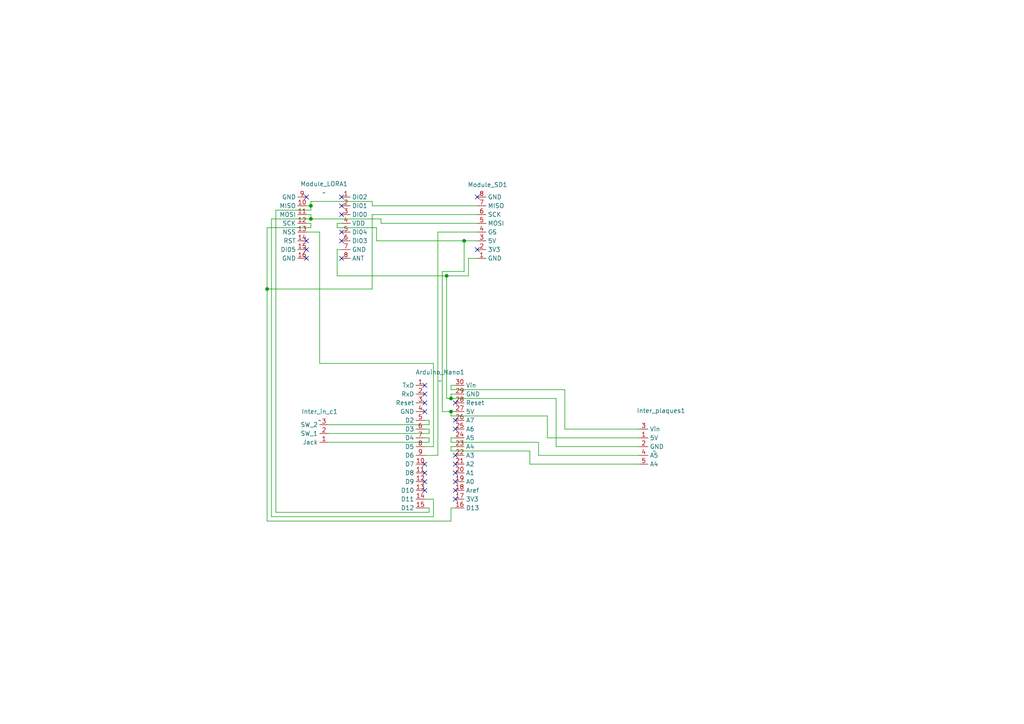
<source format=kicad_sch>
(kicad_sch (version 20231120) (generator "eeschema") (generator_version "8.0")
  (paper "A4")
  (lib_symbols
    (symbol "INSARIANNE_Lib:Arduino_Nano"
      (property "Reference" "Arduino_Nano" (at 0 0 0))
      (symbol "Arduino_Nano_1_1"
        (pin bidirectional line (at -5.08 39.37 180) (length 2.54) (name "TxD") (number "1"))
        (pin bidirectional line (at -5.08 16.51 180) (length 2.54) (name "D7") (number "10"))
        (pin bidirectional line (at -5.08 13.97 180) (length 2.54) (name "D8") (number "11"))
        (pin bidirectional line (at -5.08 11.43 180) (length 2.54) (name "D9") (number "12"))
        (pin bidirectional line (at -5.08 8.89 180) (length 2.54) (name "D10") (number "13"))
        (pin bidirectional line (at -5.08 6.35 180) (length 2.54) (name "D11") (number "14"))
        (pin bidirectional line (at -5.08 3.81 180) (length 2.54) (name "D12") (number "15"))
        (pin bidirectional line (at 3.81 3.81 0) (length 2.54) (name "D13") (number "16"))
        (pin bidirectional line (at 3.81 6.35 0) (length 2.54) (name "3V3") (number "17"))
        (pin bidirectional line (at 3.81 8.89 0) (length 2.54) (name "Aref") (number "18"))
        (pin bidirectional line (at 3.81 11.43 0) (length 2.54) (name "A0") (number "19"))
        (pin bidirectional line (at -5.08 36.83 180) (length 2.54) (name "RxD") (number "2"))
        (pin bidirectional line (at 3.81 13.97 0) (length 2.54) (name "A1") (number "20"))
        (pin bidirectional line (at 3.81 16.51 0) (length 2.54) (name "A2") (number "21"))
        (pin bidirectional line (at 3.81 19.05 0) (length 2.54) (name "A3") (number "22"))
        (pin bidirectional line (at 3.81 21.59 0) (length 2.54) (name "A4") (number "23"))
        (pin bidirectional line (at 3.81 24.13 0) (length 2.54) (name "A5") (number "24"))
        (pin bidirectional line (at 3.81 26.67 0) (length 2.54) (name "A6") (number "25"))
        (pin bidirectional line (at 3.81 29.21 0) (length 2.54) (name "A7") (number "26"))
        (pin bidirectional line (at 3.81 31.75 0) (length 2.54) (name "5V") (number "27"))
        (pin bidirectional line (at 3.81 34.29 0) (length 2.54) (name "Reset") (number "28"))
        (pin bidirectional line (at 3.81 36.83 0) (length 2.54) (name "GND") (number "29"))
        (pin bidirectional line (at -5.08 34.29 180) (length 2.54) (name "Reset") (number "3"))
        (pin bidirectional line (at 3.81 39.37 0) (length 2.54) (name "Vin") (number "30"))
        (pin bidirectional line (at -5.08 31.75 180) (length 2.54) (name "GND") (number "4"))
        (pin bidirectional line (at -5.08 29.21 180) (length 2.54) (name "D2") (number "5"))
        (pin bidirectional line (at -5.08 26.67 180) (length 2.54) (name "D3") (number "6"))
        (pin bidirectional line (at -5.08 24.13 180) (length 2.54) (name "D4") (number "7"))
        (pin bidirectional line (at -5.08 21.59 180) (length 2.54) (name "D5") (number "8"))
        (pin bidirectional line (at -5.08 19.05 180) (length 2.54) (name "D6") (number "9"))
      )
    )
    (symbol "INSARIANNE_Lib:Interface_Phaute_Pbasse"
      (property "Reference" "Inter_plaques" (at 0 0 0))
      (symbol "Interface_Phaute_Pbasse_1_1"
        (pin bidirectional line (at 0 8.89 180) (length 2.54) (name "5V") (number "1"))
        (pin bidirectional line (at 0 11.43 180) (length 2.54) (name "GND") (number "2"))
        (pin bidirectional line (at 0 6.35 180) (length 2.54) (name "Vin") (number "3"))
        (pin bidirectional line (at 0 13.97 180) (length 2.54) (name "A5") (number "4"))
        (pin bidirectional line (at 0 16.51 180) (length 2.54) (name "A4") (number "5"))
      )
    )
    (symbol "INSARIANNE_Lib:Interface_in_c2"
      (property "Reference" "Inter_in_c2" (at 0 0 0))
      (symbol "Interface_in_c2_1_1"
        (pin bidirectional line (at 0 10.16 0) (length 2.54) (name "Jack") (number "1"))
        (pin bidirectional line (at 0 7.62 0) (length 2.54) (name "SW_1") (number "2"))
        (pin bidirectional line (at 0 5.08 0) (length 2.54) (name "SW_2") (number "3"))
      )
    )
    (symbol "INSARIANNE_Lib:Module_LORA"
      (property "Reference" "Module_LORA" (at 0 0 0))
      (symbol "Module_LORA_1_1"
        (pin bidirectional line (at 5.08 22.86 0) (length 2.54) (name "DI02") (number "1"))
        (pin bidirectional line (at -5.08 20.32 180) (length 2.54) (name "MISO") (number "10"))
        (pin bidirectional line (at -5.08 17.78 180) (length 2.54) (name "MOSI") (number "11"))
        (pin bidirectional line (at -5.08 15.24 180) (length 2.54) (name "SCK") (number "12"))
        (pin bidirectional line (at -5.08 12.7 180) (length 2.54) (name "NSS") (number "13"))
        (pin bidirectional line (at -5.08 10.16 180) (length 2.54) (name "RST") (number "14"))
        (pin bidirectional line (at -5.08 7.62 180) (length 2.54) (name "DI05") (number "15"))
        (pin bidirectional line (at -5.08 5.08 180) (length 2.54) (name "GND") (number "16"))
        (pin bidirectional line (at 5.08 20.32 0) (length 2.54) (name "DI01") (number "2"))
        (pin bidirectional line (at 5.08 17.78 0) (length 2.54) (name "DI00") (number "3"))
        (pin bidirectional line (at 5.08 15.24 0) (length 2.54) (name "VDD") (number "4"))
        (pin bidirectional line (at 5.08 12.7 0) (length 2.54) (name "DI04") (number "5"))
        (pin bidirectional line (at 5.08 10.16 0) (length 2.54) (name "DI03") (number "6"))
        (pin bidirectional line (at 5.08 7.62 0) (length 2.54) (name "GND") (number "7"))
        (pin bidirectional line (at 5.08 5.08 0) (length 2.54) (name "ANT") (number "8"))
        (pin bidirectional line (at -5.08 22.86 180) (length 2.54) (name "GND") (number "9"))
      )
    )
    (symbol "INSARIANNE_Lib:Module_SD"
      (property "Reference" "Module_SD" (at 0 0 0))
      (symbol "Module_SD_1_1"
        (pin bidirectional line (at 0 21.59 180) (length 2.54) (name "GND") (number "1"))
        (pin bidirectional line (at 0 19.05 180) (length 2.54) (name "3V3") (number "2"))
        (pin bidirectional line (at 0 16.51 180) (length 2.54) (name "5V") (number "3"))
        (pin bidirectional line (at 0 13.97 180) (length 2.54) (name "CS") (number "4"))
        (pin bidirectional line (at 0 11.43 180) (length 2.54) (name "MOSI") (number "5"))
        (pin bidirectional line (at 0 8.89 180) (length 2.54) (name "SCK") (number "6"))
        (pin bidirectional line (at 0 6.35 180) (length 2.54) (name "MISO") (number "7"))
        (pin bidirectional line (at 0 3.81 180) (length 2.54) (name "GND") (number "8"))
      )
    )
  )
  (junction (at 134.62 69.85))
  (junction (at 90.17 63.5))
  (junction (at 77.47 83.82))
  (junction (at 90.17 59.69))
  (junction (at 130.81 119.38))
  (junction (at 130.81 115.57))
  (junction (at 129.54 80.01))
  (no_connect (at 132.08 144.78))
  (no_connect (at 123.19 114.3))
  (no_connect (at 132.08 134.62))
  (no_connect (at 99.06 59.69))
  (no_connect (at 88.9 69.85))
  (no_connect (at 88.9 74.93))
  (no_connect (at 123.19 142.24))
  (no_connect (at 132.08 116.84))
  (no_connect (at 132.08 132.08))
  (no_connect (at 99.06 57.15))
  (no_connect (at 88.9 72.39))
  (no_connect (at 99.06 74.93))
  (no_connect (at 123.19 119.38))
  (no_connect (at 123.19 137.16))
  (no_connect (at 123.19 139.7))
  (no_connect (at 123.19 134.62))
  (no_connect (at 99.06 67.31))
  (no_connect (at 88.9 57.15))
  (no_connect (at 132.08 137.16))
  (no_connect (at 99.06 69.85))
  (no_connect (at 138.43 57.15))
  (no_connect (at 132.08 124.46))
  (no_connect (at 99.06 62.23))
  (no_connect (at 132.08 121.92))
  (no_connect (at 132.08 142.24))
  (no_connect (at 123.19 116.84))
  (no_connect (at 138.43 72.39))
  (no_connect (at 132.08 139.7))
  (no_connect (at 123.19 111.76))
  (wire (pts (xy 123.19 144.78) (xy 125.73 144.78)))
  (wire (pts (xy 158.75 120.65) (xy 158.75 127)))
  (wire (pts (xy 123.19 132.08) (xy 127 132.08)))
  (wire (pts (xy 123.19 129.54) (xy 125.73 129.54)))
  (wire (pts (xy 130.81 147.32) (xy 132.08 147.32)))
  (wire (pts (xy 127 67.31) (xy 138.43 67.31)))
  (wire (pts (xy 130.81 114.3) (xy 130.81 115.57)))
  (wire (pts (xy 130.81 151.13) (xy 77.47 151.13)))
  (wire (pts (xy 130.81 111.76) (xy 132.08 111.76)))
  (wire (pts (xy 124.46 124.46) (xy 123.19 124.46)))
  (wire (pts (xy 88.9 62.23) (xy 90.17 62.23)))
  (wire (pts (xy 95.25 128.27) (xy 124.46 128.27)))
  (wire (pts (xy 77.47 66.04) (xy 90.17 66.04)))
  (wire (pts (xy 130.81 129.54) (xy 132.08 129.54)))
  (wire (pts (xy 125.73 129.54) (xy 125.73 105.41)))
  (wire (pts (xy 130.81 120.65) (xy 158.75 120.65)))
  (wire (pts (xy 90.17 64.77) (xy 88.9 64.77)))
  (wire (pts (xy 153.67 134.62) (xy 153.67 130.81)))
  (wire (pts (xy 132.08 114.3) (xy 130.81 114.3)))
  (wire (pts (xy 77.47 83.82) (xy 107.95 83.82)))
  (wire (pts (xy 77.47 151.13) (xy 77.47 83.82)))
  (wire (pts (xy 134.62 78.74) (xy 128.27 78.74)))
  (wire (pts (xy 163.83 124.46) (xy 163.83 113.03)))
  (wire (pts (xy 95.25 123.19) (xy 124.46 123.19)))
  (wire (pts (xy 132.08 119.38) (xy 130.81 119.38)))
  (wire (pts (xy 130.81 128.27) (xy 130.81 127)))
  (wire (pts (xy 110.49 64.77) (xy 138.43 64.77)))
  (wire (pts (xy 130.81 113.03) (xy 130.81 111.76)))
  (wire (pts (xy 90.17 66.04) (xy 90.17 64.77)))
  (wire (pts (xy 135.89 80.01) (xy 135.89 74.93)))
  (wire (pts (xy 90.17 63.5) (xy 110.49 63.5)))
  (wire (pts (xy 124.46 125.73) (xy 124.46 124.46)))
  (wire (pts (xy 138.43 59.69) (xy 107.95 59.69)))
  (wire (pts (xy 90.17 63.5) (xy 90.17 62.23)))
  (wire (pts (xy 127 67.31) (xy 127 132.08)))
  (wire (pts (xy 97.79 72.39) (xy 99.06 72.39)))
  (wire (pts (xy 125.73 144.78) (xy 125.73 149.86)))
  (wire (pts (xy 128.27 78.74) (xy 128.27 119.38)))
  (wire (pts (xy 123.19 127) (xy 124.46 127)))
  (wire (pts (xy 124.46 121.92) (xy 124.46 123.19)))
  (wire (pts (xy 161.29 129.54) (xy 185.42 129.54)))
  (wire (pts (xy 135.89 74.93) (xy 138.43 74.93)))
  (wire (pts (xy 123.19 121.92) (xy 124.46 121.92)))
  (wire (pts (xy 124.46 148.59) (xy 80.01 148.59)))
  (wire (pts (xy 110.49 63.5) (xy 110.49 64.77)))
  (wire (pts (xy 107.95 59.69) (xy 107.95 58.42)))
  (wire (pts (xy 90.17 58.42) (xy 90.17 59.69)))
  (wire (pts (xy 138.43 69.85) (xy 134.62 69.85)))
  (wire (pts (xy 185.42 124.46) (xy 163.83 124.46)))
  (wire (pts (xy 125.73 105.41) (xy 92.71 105.41)))
  (wire (pts (xy 130.81 147.32) (xy 130.81 151.13)))
  (wire (pts (xy 78.74 149.86) (xy 78.74 63.5)))
  (wire (pts (xy 90.17 59.69) (xy 88.9 59.69)))
  (wire (pts (xy 95.25 125.73) (xy 124.46 125.73)))
  (wire (pts (xy 109.22 69.85) (xy 134.62 69.85)))
  (wire (pts (xy 97.79 80.01) (xy 129.54 80.01)))
  (wire (pts (xy 161.29 115.57) (xy 161.29 129.54)))
  (wire (pts (xy 78.74 63.5) (xy 90.17 63.5)))
  (wire (pts (xy 80.01 60.96) (xy 90.17 60.96)))
  (wire (pts (xy 135.89 80.01) (xy 129.54 80.01)))
  (wire (pts (xy 156.21 128.27) (xy 130.81 128.27)))
  (wire (pts (xy 130.81 115.57) (xy 129.54 115.57)))
  (wire (pts (xy 163.83 113.03) (xy 130.81 113.03)))
  (wire (pts (xy 107.95 62.23) (xy 107.95 83.82)))
  (wire (pts (xy 130.81 115.57) (xy 161.29 115.57)))
  (wire (pts (xy 134.62 69.85) (xy 134.62 78.74)))
  (wire (pts (xy 129.54 115.57) (xy 129.54 80.01)))
  (wire (pts (xy 185.42 132.08) (xy 156.21 132.08)))
  (wire (pts (xy 97.79 64.77) (xy 99.06 64.77)))
  (wire (pts (xy 156.21 132.08) (xy 156.21 128.27)))
  (wire (pts (xy 92.71 105.41) (xy 92.71 67.31)))
  (wire (pts (xy 97.79 64.77) (xy 97.79 66.04)))
  (wire (pts (xy 107.95 58.42) (xy 90.17 58.42)))
  (wire (pts (xy 77.47 83.82) (xy 77.47 66.04)))
  (wire (pts (xy 97.79 66.04) (xy 109.22 66.04)))
  (wire (pts (xy 130.81 130.81) (xy 130.81 129.54)))
  (wire (pts (xy 153.67 130.81) (xy 130.81 130.81)))
  (wire (pts (xy 124.46 128.27) (xy 124.46 127)))
  (wire (pts (xy 158.75 127) (xy 185.42 127)))
  (wire (pts (xy 97.79 72.39) (xy 97.79 80.01)))
  (wire (pts (xy 123.19 147.32) (xy 124.46 147.32)))
  (wire (pts (xy 138.43 62.23) (xy 107.95 62.23)))
  (wire (pts (xy 92.71 67.31) (xy 88.9 67.31)))
  (wire (pts (xy 185.42 134.62) (xy 153.67 134.62)))
  (wire (pts (xy 130.81 127) (xy 132.08 127)))
  (wire (pts (xy 124.46 147.32) (xy 124.46 148.59)))
  (wire (pts (xy 125.73 149.86) (xy 78.74 149.86)))
  (wire (pts (xy 80.01 60.96) (xy 80.01 148.59)))
  (wire (pts (xy 90.17 60.96) (xy 90.17 59.69)))
  (wire (pts (xy 130.81 119.38) (xy 130.81 120.65)))
  (wire (pts (xy 109.22 66.04) (xy 109.22 69.85)))
  (wire (pts (xy 130.81 119.38) (xy 128.27 119.38)))
  (symbol (lib_id "INSARIANNE_Lib:Module_SD") (at 138.43 53.34 180) (unit 1)
    (property "Reference" "Module_SD1" (at 135.636 53.594 0) (effects (justify right)))
    (property "Value" "~" (at 142.24 67.31 0) (effects (justify right)))
    (property "Footprint" "INSARIANNE_Lib:Module_SD" (effects (hide yes)))
  )
  (symbol (lib_id "INSARIANNE_Lib:Interface_Phaute_Pbasse") (at 185.42 118.11 180) (unit 1)
    (property "Reference" "Inter_plaques1" (at 184.658 119.126 0) (effects (justify right)))
    (property "Value" "~" (at 189.23 130.81 0) (effects (justify right)))
    (property "Footprint" "Connector_PinHeader_1.00mm:PinHeader_1x05_P1.00mm_Vertical" (effects (hide yes)))
  )
  (symbol (lib_id "INSARIANNE_Lib:Arduino_Nano") (at 128.27 151.13 0) (unit 1)
    (property "Reference" "Arduino_Nano1" (at 127.635 107.95 0))
    (property "Value" "~" (at 127.635 110.49 0))
    (property "Footprint" "INSARIANNE_Lib:Arduino_Nano" (effects (hide yes)))
  )
  (symbol (lib_id "INSARIANNE_Lib:Interface_in_c2") (at 95.25 118.11 180) (unit 1)
    (property "Reference" "Inter_in_c1" (at 92.71 119.38 0))
    (property "Value" "~" (at 92.71 121.92 0))
    (property "Footprint" "Connector_PinHeader_1.00mm:PinHeader_1x03_P1.00mm_Vertical" (effects (hide yes)))
  )
  (symbol (lib_id "INSARIANNE_Lib:Module_LORA") (at 93.98 80.01 0) (unit 1)
    (property "Reference" "Module_LORA1" (at 93.98 53.34 0))
    (property "Value" "~" (at 93.98 55.88 0))
    (property "Footprint" "INSARIANNE_Lib:Module_LORA" (effects (hide yes)))
  )
)
</source>
